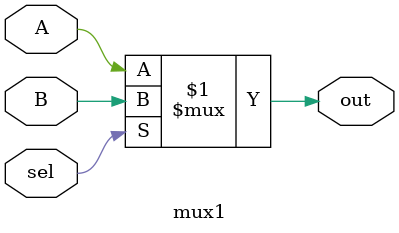
<source format=v>

module mux24(out,A,B,sel);
output [23:0]out;
input  [23:0]A,B;
input  sel;

assign out=sel?B:A;

endmodule

module mux8(out,A,B,sel);
output [7:0]out;
input  [7:0]A,B;
input  sel;

assign out=sel?B:A;

endmodule

module mux1(out,A,B,sel);
output out;
input  A,B;
input  sel;

assign out=sel?B:A;

endmodule
</source>
